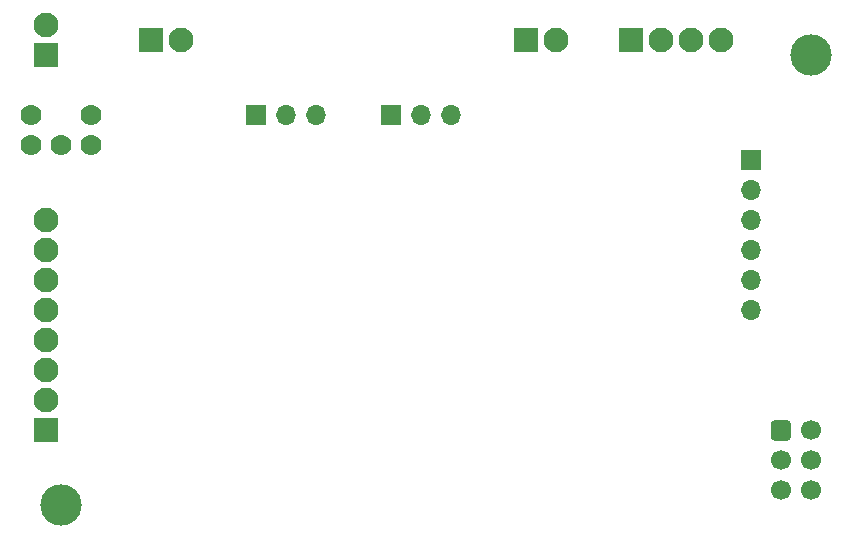
<source format=gbs>
G04 #@! TF.GenerationSoftware,KiCad,Pcbnew,8.0.9-8.0.9-0~ubuntu22.04.1*
G04 #@! TF.CreationDate,2025-03-10T17:04:53-04:00*
G04 #@! TF.ProjectId,sfx-202502,7366782d-3230-4323-9530-322e6b696361,rev?*
G04 #@! TF.SameCoordinates,Original*
G04 #@! TF.FileFunction,Soldermask,Bot*
G04 #@! TF.FilePolarity,Negative*
%FSLAX46Y46*%
G04 Gerber Fmt 4.6, Leading zero omitted, Abs format (unit mm)*
G04 Created by KiCad (PCBNEW 8.0.9-8.0.9-0~ubuntu22.04.1) date 2025-03-10 17:04:53*
%MOMM*%
%LPD*%
G01*
G04 APERTURE LIST*
%ADD10R,1.700000X1.700000*%
%ADD11O,1.700000X1.700000*%
%ADD12R,2.100000X2.100000*%
%ADD13C,2.100000*%
%ADD14C,3.500000*%
%ADD15C,1.778000*%
%ADD16C,1.700000*%
G04 APERTURE END LIST*
D10*
X175895000Y-62865000D03*
D11*
X175895000Y-65405000D03*
X175895000Y-67945000D03*
X175895000Y-70485000D03*
X175895000Y-73025000D03*
X175895000Y-75565000D03*
D10*
X133985000Y-59055000D03*
D11*
X136525000Y-59055000D03*
X139065000Y-59055000D03*
D10*
X145415000Y-59055000D03*
D11*
X147955000Y-59055000D03*
X150495000Y-59055000D03*
D12*
X116205000Y-85725000D03*
D13*
X116205000Y-83185000D03*
X116205000Y-80645000D03*
X116205000Y-78105000D03*
X116205000Y-75565000D03*
X116205000Y-73025000D03*
X116205000Y-70485000D03*
X116205000Y-67945000D03*
D12*
X156845000Y-52705000D03*
D13*
X159385000Y-52705000D03*
D14*
X117475000Y-92075000D03*
D15*
X114935000Y-61595000D03*
X117475000Y-61595000D03*
X120015000Y-61595000D03*
X114935000Y-59055000D03*
X120015000Y-59055000D03*
D14*
X180975000Y-53975000D03*
G36*
G01*
X177585000Y-86325000D02*
X177585000Y-85125000D01*
G75*
G02*
X177835000Y-84875000I250000J0D01*
G01*
X179035000Y-84875000D01*
G75*
G02*
X179285000Y-85125000I0J-250000D01*
G01*
X179285000Y-86325000D01*
G75*
G02*
X179035000Y-86575000I-250000J0D01*
G01*
X177835000Y-86575000D01*
G75*
G02*
X177585000Y-86325000I0J250000D01*
G01*
G37*
D16*
X180975000Y-85725000D03*
X178435000Y-88265000D03*
X180975000Y-88265000D03*
X178435000Y-90805000D03*
X180975000Y-90805000D03*
D12*
X125095000Y-52705000D03*
D13*
X127635000Y-52705000D03*
D12*
X116205000Y-53975000D03*
D13*
X116205000Y-51435000D03*
D12*
X165735000Y-52705000D03*
D13*
X168275000Y-52705000D03*
X170815000Y-52705000D03*
X173355000Y-52705000D03*
M02*

</source>
